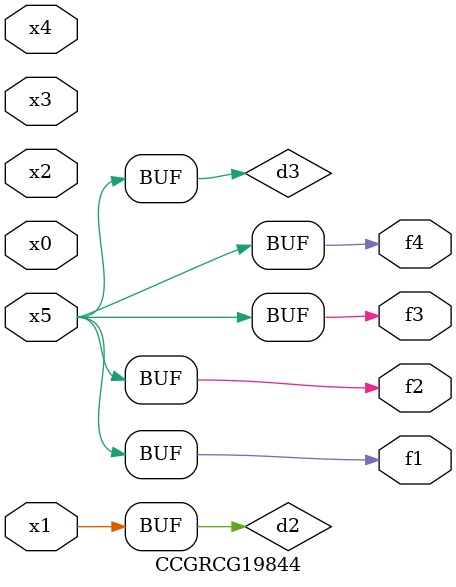
<source format=v>
module CCGRCG19844(
	input x0, x1, x2, x3, x4, x5,
	output f1, f2, f3, f4
);

	wire d1, d2, d3;

	not (d1, x5);
	or (d2, x1);
	xnor (d3, d1);
	assign f1 = d3;
	assign f2 = d3;
	assign f3 = d3;
	assign f4 = d3;
endmodule

</source>
